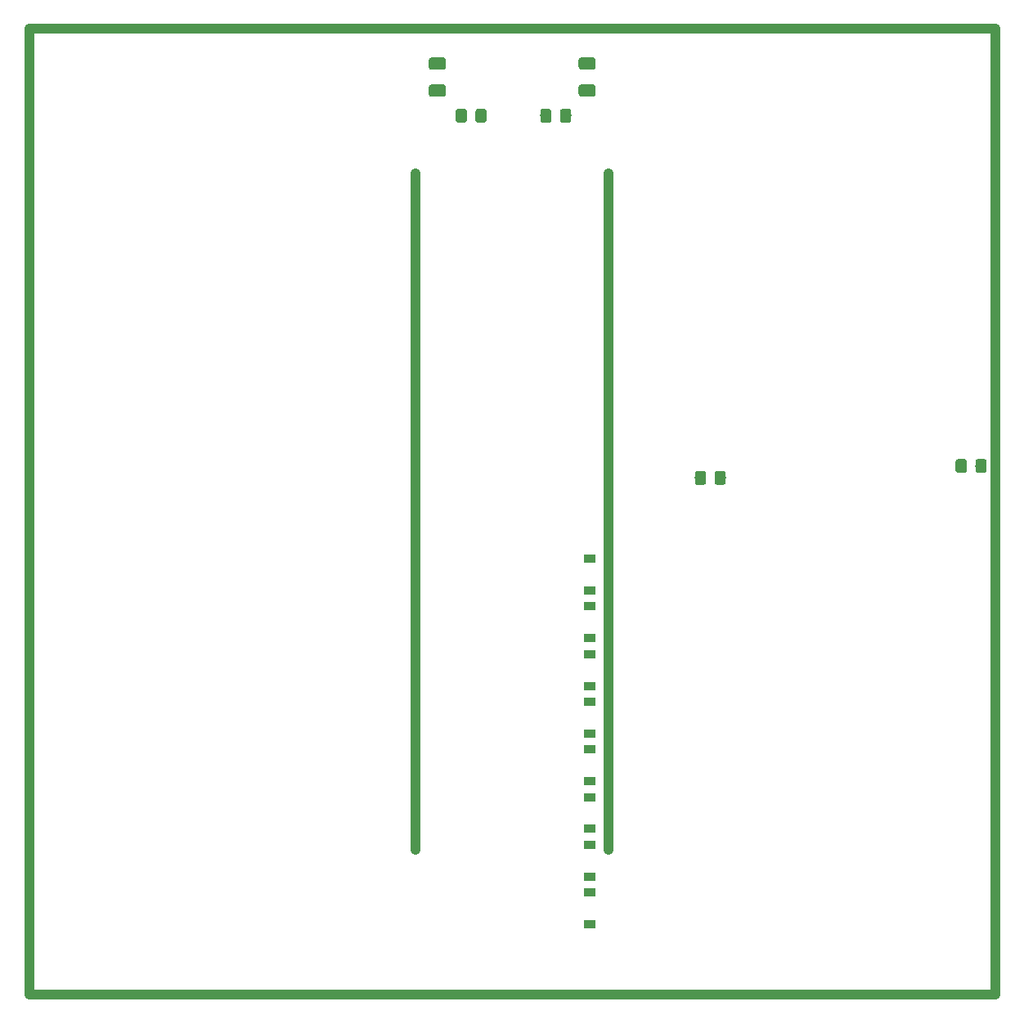
<source format=gbr>
%TF.GenerationSoftware,KiCad,Pcbnew,(5.1.0)-1*%
%TF.CreationDate,2019-10-05T22:59:33+02:00*%
%TF.ProjectId,Kicad_JE_SteinerVCF,4b696361-645f-44a4-955f-537465696e65,Rev A*%
%TF.SameCoordinates,Original*%
%TF.FileFunction,Paste,Top*%
%TF.FilePolarity,Positive*%
%FSLAX46Y46*%
G04 Gerber Fmt 4.6, Leading zero omitted, Abs format (unit mm)*
G04 Created by KiCad (PCBNEW (5.1.0)-1) date 2019-10-05 22:59:33*
%MOMM*%
%LPD*%
G04 APERTURE LIST*
%ADD10C,1.000000*%
%ADD11R,1.200000X0.900000*%
%ADD12C,0.150000*%
%ADD13C,1.150000*%
%ADD14C,1.250000*%
G04 APERTURE END LIST*
D10*
X90000000Y-65000000D02*
X90000000Y-65000000D01*
X90000000Y-135000000D02*
X90000000Y-135000000D01*
X110000000Y-135000000D02*
X110000000Y-135000000D01*
X110000000Y-65000000D02*
X110000000Y-65000000D01*
X110000000Y-135000000D02*
X110000000Y-65000000D01*
X110000000Y-65000000D02*
X110000000Y-135000000D01*
X90000000Y-135000000D02*
X90000000Y-65000000D01*
X90000000Y-65000000D02*
X90000000Y-135000000D01*
X150000000Y-50000000D02*
X50000000Y-50000000D01*
X150000000Y-150000000D02*
X150000000Y-50000000D01*
X50000000Y-150000000D02*
X150000000Y-150000000D01*
X50000000Y-50000000D02*
X50000000Y-150000000D01*
D11*
X107986181Y-142695825D03*
X107986181Y-139395825D03*
X107986181Y-134463441D03*
X107986181Y-137763441D03*
X107986181Y-132831057D03*
X107986181Y-129531057D03*
X107986181Y-124598673D03*
X107986181Y-127898673D03*
X107986181Y-122966289D03*
X107986181Y-119666289D03*
X107986181Y-114733905D03*
X107986181Y-118033905D03*
X107986181Y-113101521D03*
X107986181Y-109801521D03*
X107986181Y-104869137D03*
X107986181Y-108169137D03*
D12*
G36*
X103824505Y-58301204D02*
G01*
X103848773Y-58304804D01*
X103872572Y-58310765D01*
X103895671Y-58319030D01*
X103917850Y-58329520D01*
X103938893Y-58342132D01*
X103958599Y-58356747D01*
X103976777Y-58373223D01*
X103993253Y-58391401D01*
X104007868Y-58411107D01*
X104020480Y-58432150D01*
X104030970Y-58454329D01*
X104039235Y-58477428D01*
X104045196Y-58501227D01*
X104048796Y-58525495D01*
X104050000Y-58549999D01*
X104050000Y-59450001D01*
X104048796Y-59474505D01*
X104045196Y-59498773D01*
X104039235Y-59522572D01*
X104030970Y-59545671D01*
X104020480Y-59567850D01*
X104007868Y-59588893D01*
X103993253Y-59608599D01*
X103976777Y-59626777D01*
X103958599Y-59643253D01*
X103938893Y-59657868D01*
X103917850Y-59670480D01*
X103895671Y-59680970D01*
X103872572Y-59689235D01*
X103848773Y-59695196D01*
X103824505Y-59698796D01*
X103800001Y-59700000D01*
X103149999Y-59700000D01*
X103125495Y-59698796D01*
X103101227Y-59695196D01*
X103077428Y-59689235D01*
X103054329Y-59680970D01*
X103032150Y-59670480D01*
X103011107Y-59657868D01*
X102991401Y-59643253D01*
X102973223Y-59626777D01*
X102956747Y-59608599D01*
X102942132Y-59588893D01*
X102929520Y-59567850D01*
X102919030Y-59545671D01*
X102910765Y-59522572D01*
X102904804Y-59498773D01*
X102901204Y-59474505D01*
X102900000Y-59450001D01*
X102900000Y-58549999D01*
X102901204Y-58525495D01*
X102904804Y-58501227D01*
X102910765Y-58477428D01*
X102919030Y-58454329D01*
X102929520Y-58432150D01*
X102942132Y-58411107D01*
X102956747Y-58391401D01*
X102973223Y-58373223D01*
X102991401Y-58356747D01*
X103011107Y-58342132D01*
X103032150Y-58329520D01*
X103054329Y-58319030D01*
X103077428Y-58310765D01*
X103101227Y-58304804D01*
X103125495Y-58301204D01*
X103149999Y-58300000D01*
X103800001Y-58300000D01*
X103824505Y-58301204D01*
X103824505Y-58301204D01*
G37*
D13*
X103475000Y-59000000D03*
D12*
G36*
X105874505Y-58301204D02*
G01*
X105898773Y-58304804D01*
X105922572Y-58310765D01*
X105945671Y-58319030D01*
X105967850Y-58329520D01*
X105988893Y-58342132D01*
X106008599Y-58356747D01*
X106026777Y-58373223D01*
X106043253Y-58391401D01*
X106057868Y-58411107D01*
X106070480Y-58432150D01*
X106080970Y-58454329D01*
X106089235Y-58477428D01*
X106095196Y-58501227D01*
X106098796Y-58525495D01*
X106100000Y-58549999D01*
X106100000Y-59450001D01*
X106098796Y-59474505D01*
X106095196Y-59498773D01*
X106089235Y-59522572D01*
X106080970Y-59545671D01*
X106070480Y-59567850D01*
X106057868Y-59588893D01*
X106043253Y-59608599D01*
X106026777Y-59626777D01*
X106008599Y-59643253D01*
X105988893Y-59657868D01*
X105967850Y-59670480D01*
X105945671Y-59680970D01*
X105922572Y-59689235D01*
X105898773Y-59695196D01*
X105874505Y-59698796D01*
X105850001Y-59700000D01*
X105199999Y-59700000D01*
X105175495Y-59698796D01*
X105151227Y-59695196D01*
X105127428Y-59689235D01*
X105104329Y-59680970D01*
X105082150Y-59670480D01*
X105061107Y-59657868D01*
X105041401Y-59643253D01*
X105023223Y-59626777D01*
X105006747Y-59608599D01*
X104992132Y-59588893D01*
X104979520Y-59567850D01*
X104969030Y-59545671D01*
X104960765Y-59522572D01*
X104954804Y-59498773D01*
X104951204Y-59474505D01*
X104950000Y-59450001D01*
X104950000Y-58549999D01*
X104951204Y-58525495D01*
X104954804Y-58501227D01*
X104960765Y-58477428D01*
X104969030Y-58454329D01*
X104979520Y-58432150D01*
X104992132Y-58411107D01*
X105006747Y-58391401D01*
X105023223Y-58373223D01*
X105041401Y-58356747D01*
X105061107Y-58342132D01*
X105082150Y-58329520D01*
X105104329Y-58319030D01*
X105127428Y-58310765D01*
X105151227Y-58304804D01*
X105175495Y-58301204D01*
X105199999Y-58300000D01*
X105850001Y-58300000D01*
X105874505Y-58301204D01*
X105874505Y-58301204D01*
G37*
D13*
X105525000Y-59000000D03*
D12*
G36*
X97124505Y-58301204D02*
G01*
X97148773Y-58304804D01*
X97172572Y-58310765D01*
X97195671Y-58319030D01*
X97217850Y-58329520D01*
X97238893Y-58342132D01*
X97258599Y-58356747D01*
X97276777Y-58373223D01*
X97293253Y-58391401D01*
X97307868Y-58411107D01*
X97320480Y-58432150D01*
X97330970Y-58454329D01*
X97339235Y-58477428D01*
X97345196Y-58501227D01*
X97348796Y-58525495D01*
X97350000Y-58549999D01*
X97350000Y-59450001D01*
X97348796Y-59474505D01*
X97345196Y-59498773D01*
X97339235Y-59522572D01*
X97330970Y-59545671D01*
X97320480Y-59567850D01*
X97307868Y-59588893D01*
X97293253Y-59608599D01*
X97276777Y-59626777D01*
X97258599Y-59643253D01*
X97238893Y-59657868D01*
X97217850Y-59670480D01*
X97195671Y-59680970D01*
X97172572Y-59689235D01*
X97148773Y-59695196D01*
X97124505Y-59698796D01*
X97100001Y-59700000D01*
X96449999Y-59700000D01*
X96425495Y-59698796D01*
X96401227Y-59695196D01*
X96377428Y-59689235D01*
X96354329Y-59680970D01*
X96332150Y-59670480D01*
X96311107Y-59657868D01*
X96291401Y-59643253D01*
X96273223Y-59626777D01*
X96256747Y-59608599D01*
X96242132Y-59588893D01*
X96229520Y-59567850D01*
X96219030Y-59545671D01*
X96210765Y-59522572D01*
X96204804Y-59498773D01*
X96201204Y-59474505D01*
X96200000Y-59450001D01*
X96200000Y-58549999D01*
X96201204Y-58525495D01*
X96204804Y-58501227D01*
X96210765Y-58477428D01*
X96219030Y-58454329D01*
X96229520Y-58432150D01*
X96242132Y-58411107D01*
X96256747Y-58391401D01*
X96273223Y-58373223D01*
X96291401Y-58356747D01*
X96311107Y-58342132D01*
X96332150Y-58329520D01*
X96354329Y-58319030D01*
X96377428Y-58310765D01*
X96401227Y-58304804D01*
X96425495Y-58301204D01*
X96449999Y-58300000D01*
X97100001Y-58300000D01*
X97124505Y-58301204D01*
X97124505Y-58301204D01*
G37*
D13*
X96775000Y-59000000D03*
D12*
G36*
X95074505Y-58301204D02*
G01*
X95098773Y-58304804D01*
X95122572Y-58310765D01*
X95145671Y-58319030D01*
X95167850Y-58329520D01*
X95188893Y-58342132D01*
X95208599Y-58356747D01*
X95226777Y-58373223D01*
X95243253Y-58391401D01*
X95257868Y-58411107D01*
X95270480Y-58432150D01*
X95280970Y-58454329D01*
X95289235Y-58477428D01*
X95295196Y-58501227D01*
X95298796Y-58525495D01*
X95300000Y-58549999D01*
X95300000Y-59450001D01*
X95298796Y-59474505D01*
X95295196Y-59498773D01*
X95289235Y-59522572D01*
X95280970Y-59545671D01*
X95270480Y-59567850D01*
X95257868Y-59588893D01*
X95243253Y-59608599D01*
X95226777Y-59626777D01*
X95208599Y-59643253D01*
X95188893Y-59657868D01*
X95167850Y-59670480D01*
X95145671Y-59680970D01*
X95122572Y-59689235D01*
X95098773Y-59695196D01*
X95074505Y-59698796D01*
X95050001Y-59700000D01*
X94399999Y-59700000D01*
X94375495Y-59698796D01*
X94351227Y-59695196D01*
X94327428Y-59689235D01*
X94304329Y-59680970D01*
X94282150Y-59670480D01*
X94261107Y-59657868D01*
X94241401Y-59643253D01*
X94223223Y-59626777D01*
X94206747Y-59608599D01*
X94192132Y-59588893D01*
X94179520Y-59567850D01*
X94169030Y-59545671D01*
X94160765Y-59522572D01*
X94154804Y-59498773D01*
X94151204Y-59474505D01*
X94150000Y-59450001D01*
X94150000Y-58549999D01*
X94151204Y-58525495D01*
X94154804Y-58501227D01*
X94160765Y-58477428D01*
X94169030Y-58454329D01*
X94179520Y-58432150D01*
X94192132Y-58411107D01*
X94206747Y-58391401D01*
X94223223Y-58373223D01*
X94241401Y-58356747D01*
X94261107Y-58342132D01*
X94282150Y-58329520D01*
X94304329Y-58319030D01*
X94327428Y-58310765D01*
X94351227Y-58304804D01*
X94375495Y-58301204D01*
X94399999Y-58300000D01*
X95050001Y-58300000D01*
X95074505Y-58301204D01*
X95074505Y-58301204D01*
G37*
D13*
X94725000Y-59000000D03*
D12*
G36*
X146824505Y-94551204D02*
G01*
X146848773Y-94554804D01*
X146872572Y-94560765D01*
X146895671Y-94569030D01*
X146917850Y-94579520D01*
X146938893Y-94592132D01*
X146958599Y-94606747D01*
X146976777Y-94623223D01*
X146993253Y-94641401D01*
X147007868Y-94661107D01*
X147020480Y-94682150D01*
X147030970Y-94704329D01*
X147039235Y-94727428D01*
X147045196Y-94751227D01*
X147048796Y-94775495D01*
X147050000Y-94799999D01*
X147050000Y-95700001D01*
X147048796Y-95724505D01*
X147045196Y-95748773D01*
X147039235Y-95772572D01*
X147030970Y-95795671D01*
X147020480Y-95817850D01*
X147007868Y-95838893D01*
X146993253Y-95858599D01*
X146976777Y-95876777D01*
X146958599Y-95893253D01*
X146938893Y-95907868D01*
X146917850Y-95920480D01*
X146895671Y-95930970D01*
X146872572Y-95939235D01*
X146848773Y-95945196D01*
X146824505Y-95948796D01*
X146800001Y-95950000D01*
X146149999Y-95950000D01*
X146125495Y-95948796D01*
X146101227Y-95945196D01*
X146077428Y-95939235D01*
X146054329Y-95930970D01*
X146032150Y-95920480D01*
X146011107Y-95907868D01*
X145991401Y-95893253D01*
X145973223Y-95876777D01*
X145956747Y-95858599D01*
X145942132Y-95838893D01*
X145929520Y-95817850D01*
X145919030Y-95795671D01*
X145910765Y-95772572D01*
X145904804Y-95748773D01*
X145901204Y-95724505D01*
X145900000Y-95700001D01*
X145900000Y-94799999D01*
X145901204Y-94775495D01*
X145904804Y-94751227D01*
X145910765Y-94727428D01*
X145919030Y-94704329D01*
X145929520Y-94682150D01*
X145942132Y-94661107D01*
X145956747Y-94641401D01*
X145973223Y-94623223D01*
X145991401Y-94606747D01*
X146011107Y-94592132D01*
X146032150Y-94579520D01*
X146054329Y-94569030D01*
X146077428Y-94560765D01*
X146101227Y-94554804D01*
X146125495Y-94551204D01*
X146149999Y-94550000D01*
X146800001Y-94550000D01*
X146824505Y-94551204D01*
X146824505Y-94551204D01*
G37*
D13*
X146475000Y-95250000D03*
D12*
G36*
X148874505Y-94551204D02*
G01*
X148898773Y-94554804D01*
X148922572Y-94560765D01*
X148945671Y-94569030D01*
X148967850Y-94579520D01*
X148988893Y-94592132D01*
X149008599Y-94606747D01*
X149026777Y-94623223D01*
X149043253Y-94641401D01*
X149057868Y-94661107D01*
X149070480Y-94682150D01*
X149080970Y-94704329D01*
X149089235Y-94727428D01*
X149095196Y-94751227D01*
X149098796Y-94775495D01*
X149100000Y-94799999D01*
X149100000Y-95700001D01*
X149098796Y-95724505D01*
X149095196Y-95748773D01*
X149089235Y-95772572D01*
X149080970Y-95795671D01*
X149070480Y-95817850D01*
X149057868Y-95838893D01*
X149043253Y-95858599D01*
X149026777Y-95876777D01*
X149008599Y-95893253D01*
X148988893Y-95907868D01*
X148967850Y-95920480D01*
X148945671Y-95930970D01*
X148922572Y-95939235D01*
X148898773Y-95945196D01*
X148874505Y-95948796D01*
X148850001Y-95950000D01*
X148199999Y-95950000D01*
X148175495Y-95948796D01*
X148151227Y-95945196D01*
X148127428Y-95939235D01*
X148104329Y-95930970D01*
X148082150Y-95920480D01*
X148061107Y-95907868D01*
X148041401Y-95893253D01*
X148023223Y-95876777D01*
X148006747Y-95858599D01*
X147992132Y-95838893D01*
X147979520Y-95817850D01*
X147969030Y-95795671D01*
X147960765Y-95772572D01*
X147954804Y-95748773D01*
X147951204Y-95724505D01*
X147950000Y-95700001D01*
X147950000Y-94799999D01*
X147951204Y-94775495D01*
X147954804Y-94751227D01*
X147960765Y-94727428D01*
X147969030Y-94704329D01*
X147979520Y-94682150D01*
X147992132Y-94661107D01*
X148006747Y-94641401D01*
X148023223Y-94623223D01*
X148041401Y-94606747D01*
X148061107Y-94592132D01*
X148082150Y-94579520D01*
X148104329Y-94569030D01*
X148127428Y-94560765D01*
X148151227Y-94554804D01*
X148175495Y-94551204D01*
X148199999Y-94550000D01*
X148850001Y-94550000D01*
X148874505Y-94551204D01*
X148874505Y-94551204D01*
G37*
D13*
X148525000Y-95250000D03*
D12*
G36*
X119824505Y-95801204D02*
G01*
X119848773Y-95804804D01*
X119872572Y-95810765D01*
X119895671Y-95819030D01*
X119917850Y-95829520D01*
X119938893Y-95842132D01*
X119958599Y-95856747D01*
X119976777Y-95873223D01*
X119993253Y-95891401D01*
X120007868Y-95911107D01*
X120020480Y-95932150D01*
X120030970Y-95954329D01*
X120039235Y-95977428D01*
X120045196Y-96001227D01*
X120048796Y-96025495D01*
X120050000Y-96049999D01*
X120050000Y-96950001D01*
X120048796Y-96974505D01*
X120045196Y-96998773D01*
X120039235Y-97022572D01*
X120030970Y-97045671D01*
X120020480Y-97067850D01*
X120007868Y-97088893D01*
X119993253Y-97108599D01*
X119976777Y-97126777D01*
X119958599Y-97143253D01*
X119938893Y-97157868D01*
X119917850Y-97170480D01*
X119895671Y-97180970D01*
X119872572Y-97189235D01*
X119848773Y-97195196D01*
X119824505Y-97198796D01*
X119800001Y-97200000D01*
X119149999Y-97200000D01*
X119125495Y-97198796D01*
X119101227Y-97195196D01*
X119077428Y-97189235D01*
X119054329Y-97180970D01*
X119032150Y-97170480D01*
X119011107Y-97157868D01*
X118991401Y-97143253D01*
X118973223Y-97126777D01*
X118956747Y-97108599D01*
X118942132Y-97088893D01*
X118929520Y-97067850D01*
X118919030Y-97045671D01*
X118910765Y-97022572D01*
X118904804Y-96998773D01*
X118901204Y-96974505D01*
X118900000Y-96950001D01*
X118900000Y-96049999D01*
X118901204Y-96025495D01*
X118904804Y-96001227D01*
X118910765Y-95977428D01*
X118919030Y-95954329D01*
X118929520Y-95932150D01*
X118942132Y-95911107D01*
X118956747Y-95891401D01*
X118973223Y-95873223D01*
X118991401Y-95856747D01*
X119011107Y-95842132D01*
X119032150Y-95829520D01*
X119054329Y-95819030D01*
X119077428Y-95810765D01*
X119101227Y-95804804D01*
X119125495Y-95801204D01*
X119149999Y-95800000D01*
X119800001Y-95800000D01*
X119824505Y-95801204D01*
X119824505Y-95801204D01*
G37*
D13*
X119475000Y-96500000D03*
D12*
G36*
X121874505Y-95801204D02*
G01*
X121898773Y-95804804D01*
X121922572Y-95810765D01*
X121945671Y-95819030D01*
X121967850Y-95829520D01*
X121988893Y-95842132D01*
X122008599Y-95856747D01*
X122026777Y-95873223D01*
X122043253Y-95891401D01*
X122057868Y-95911107D01*
X122070480Y-95932150D01*
X122080970Y-95954329D01*
X122089235Y-95977428D01*
X122095196Y-96001227D01*
X122098796Y-96025495D01*
X122100000Y-96049999D01*
X122100000Y-96950001D01*
X122098796Y-96974505D01*
X122095196Y-96998773D01*
X122089235Y-97022572D01*
X122080970Y-97045671D01*
X122070480Y-97067850D01*
X122057868Y-97088893D01*
X122043253Y-97108599D01*
X122026777Y-97126777D01*
X122008599Y-97143253D01*
X121988893Y-97157868D01*
X121967850Y-97170480D01*
X121945671Y-97180970D01*
X121922572Y-97189235D01*
X121898773Y-97195196D01*
X121874505Y-97198796D01*
X121850001Y-97200000D01*
X121199999Y-97200000D01*
X121175495Y-97198796D01*
X121151227Y-97195196D01*
X121127428Y-97189235D01*
X121104329Y-97180970D01*
X121082150Y-97170480D01*
X121061107Y-97157868D01*
X121041401Y-97143253D01*
X121023223Y-97126777D01*
X121006747Y-97108599D01*
X120992132Y-97088893D01*
X120979520Y-97067850D01*
X120969030Y-97045671D01*
X120960765Y-97022572D01*
X120954804Y-96998773D01*
X120951204Y-96974505D01*
X120950000Y-96950001D01*
X120950000Y-96049999D01*
X120951204Y-96025495D01*
X120954804Y-96001227D01*
X120960765Y-95977428D01*
X120969030Y-95954329D01*
X120979520Y-95932150D01*
X120992132Y-95911107D01*
X121006747Y-95891401D01*
X121023223Y-95873223D01*
X121041401Y-95856747D01*
X121061107Y-95842132D01*
X121082150Y-95829520D01*
X121104329Y-95819030D01*
X121127428Y-95810765D01*
X121151227Y-95804804D01*
X121175495Y-95801204D01*
X121199999Y-95800000D01*
X121850001Y-95800000D01*
X121874505Y-95801204D01*
X121874505Y-95801204D01*
G37*
D13*
X121525000Y-96500000D03*
D12*
G36*
X108399504Y-55776204D02*
G01*
X108423773Y-55779804D01*
X108447571Y-55785765D01*
X108470671Y-55794030D01*
X108492849Y-55804520D01*
X108513893Y-55817133D01*
X108533598Y-55831747D01*
X108551777Y-55848223D01*
X108568253Y-55866402D01*
X108582867Y-55886107D01*
X108595480Y-55907151D01*
X108605970Y-55929329D01*
X108614235Y-55952429D01*
X108620196Y-55976227D01*
X108623796Y-56000496D01*
X108625000Y-56025000D01*
X108625000Y-56775000D01*
X108623796Y-56799504D01*
X108620196Y-56823773D01*
X108614235Y-56847571D01*
X108605970Y-56870671D01*
X108595480Y-56892849D01*
X108582867Y-56913893D01*
X108568253Y-56933598D01*
X108551777Y-56951777D01*
X108533598Y-56968253D01*
X108513893Y-56982867D01*
X108492849Y-56995480D01*
X108470671Y-57005970D01*
X108447571Y-57014235D01*
X108423773Y-57020196D01*
X108399504Y-57023796D01*
X108375000Y-57025000D01*
X107125000Y-57025000D01*
X107100496Y-57023796D01*
X107076227Y-57020196D01*
X107052429Y-57014235D01*
X107029329Y-57005970D01*
X107007151Y-56995480D01*
X106986107Y-56982867D01*
X106966402Y-56968253D01*
X106948223Y-56951777D01*
X106931747Y-56933598D01*
X106917133Y-56913893D01*
X106904520Y-56892849D01*
X106894030Y-56870671D01*
X106885765Y-56847571D01*
X106879804Y-56823773D01*
X106876204Y-56799504D01*
X106875000Y-56775000D01*
X106875000Y-56025000D01*
X106876204Y-56000496D01*
X106879804Y-55976227D01*
X106885765Y-55952429D01*
X106894030Y-55929329D01*
X106904520Y-55907151D01*
X106917133Y-55886107D01*
X106931747Y-55866402D01*
X106948223Y-55848223D01*
X106966402Y-55831747D01*
X106986107Y-55817133D01*
X107007151Y-55804520D01*
X107029329Y-55794030D01*
X107052429Y-55785765D01*
X107076227Y-55779804D01*
X107100496Y-55776204D01*
X107125000Y-55775000D01*
X108375000Y-55775000D01*
X108399504Y-55776204D01*
X108399504Y-55776204D01*
G37*
D14*
X107750000Y-56400000D03*
D12*
G36*
X108399504Y-52976204D02*
G01*
X108423773Y-52979804D01*
X108447571Y-52985765D01*
X108470671Y-52994030D01*
X108492849Y-53004520D01*
X108513893Y-53017133D01*
X108533598Y-53031747D01*
X108551777Y-53048223D01*
X108568253Y-53066402D01*
X108582867Y-53086107D01*
X108595480Y-53107151D01*
X108605970Y-53129329D01*
X108614235Y-53152429D01*
X108620196Y-53176227D01*
X108623796Y-53200496D01*
X108625000Y-53225000D01*
X108625000Y-53975000D01*
X108623796Y-53999504D01*
X108620196Y-54023773D01*
X108614235Y-54047571D01*
X108605970Y-54070671D01*
X108595480Y-54092849D01*
X108582867Y-54113893D01*
X108568253Y-54133598D01*
X108551777Y-54151777D01*
X108533598Y-54168253D01*
X108513893Y-54182867D01*
X108492849Y-54195480D01*
X108470671Y-54205970D01*
X108447571Y-54214235D01*
X108423773Y-54220196D01*
X108399504Y-54223796D01*
X108375000Y-54225000D01*
X107125000Y-54225000D01*
X107100496Y-54223796D01*
X107076227Y-54220196D01*
X107052429Y-54214235D01*
X107029329Y-54205970D01*
X107007151Y-54195480D01*
X106986107Y-54182867D01*
X106966402Y-54168253D01*
X106948223Y-54151777D01*
X106931747Y-54133598D01*
X106917133Y-54113893D01*
X106904520Y-54092849D01*
X106894030Y-54070671D01*
X106885765Y-54047571D01*
X106879804Y-54023773D01*
X106876204Y-53999504D01*
X106875000Y-53975000D01*
X106875000Y-53225000D01*
X106876204Y-53200496D01*
X106879804Y-53176227D01*
X106885765Y-53152429D01*
X106894030Y-53129329D01*
X106904520Y-53107151D01*
X106917133Y-53086107D01*
X106931747Y-53066402D01*
X106948223Y-53048223D01*
X106966402Y-53031747D01*
X106986107Y-53017133D01*
X107007151Y-53004520D01*
X107029329Y-52994030D01*
X107052429Y-52985765D01*
X107076227Y-52979804D01*
X107100496Y-52976204D01*
X107125000Y-52975000D01*
X108375000Y-52975000D01*
X108399504Y-52976204D01*
X108399504Y-52976204D01*
G37*
D14*
X107750000Y-53600000D03*
D12*
G36*
X92899504Y-52976204D02*
G01*
X92923773Y-52979804D01*
X92947571Y-52985765D01*
X92970671Y-52994030D01*
X92992849Y-53004520D01*
X93013893Y-53017133D01*
X93033598Y-53031747D01*
X93051777Y-53048223D01*
X93068253Y-53066402D01*
X93082867Y-53086107D01*
X93095480Y-53107151D01*
X93105970Y-53129329D01*
X93114235Y-53152429D01*
X93120196Y-53176227D01*
X93123796Y-53200496D01*
X93125000Y-53225000D01*
X93125000Y-53975000D01*
X93123796Y-53999504D01*
X93120196Y-54023773D01*
X93114235Y-54047571D01*
X93105970Y-54070671D01*
X93095480Y-54092849D01*
X93082867Y-54113893D01*
X93068253Y-54133598D01*
X93051777Y-54151777D01*
X93033598Y-54168253D01*
X93013893Y-54182867D01*
X92992849Y-54195480D01*
X92970671Y-54205970D01*
X92947571Y-54214235D01*
X92923773Y-54220196D01*
X92899504Y-54223796D01*
X92875000Y-54225000D01*
X91625000Y-54225000D01*
X91600496Y-54223796D01*
X91576227Y-54220196D01*
X91552429Y-54214235D01*
X91529329Y-54205970D01*
X91507151Y-54195480D01*
X91486107Y-54182867D01*
X91466402Y-54168253D01*
X91448223Y-54151777D01*
X91431747Y-54133598D01*
X91417133Y-54113893D01*
X91404520Y-54092849D01*
X91394030Y-54070671D01*
X91385765Y-54047571D01*
X91379804Y-54023773D01*
X91376204Y-53999504D01*
X91375000Y-53975000D01*
X91375000Y-53225000D01*
X91376204Y-53200496D01*
X91379804Y-53176227D01*
X91385765Y-53152429D01*
X91394030Y-53129329D01*
X91404520Y-53107151D01*
X91417133Y-53086107D01*
X91431747Y-53066402D01*
X91448223Y-53048223D01*
X91466402Y-53031747D01*
X91486107Y-53017133D01*
X91507151Y-53004520D01*
X91529329Y-52994030D01*
X91552429Y-52985765D01*
X91576227Y-52979804D01*
X91600496Y-52976204D01*
X91625000Y-52975000D01*
X92875000Y-52975000D01*
X92899504Y-52976204D01*
X92899504Y-52976204D01*
G37*
D14*
X92250000Y-53600000D03*
D12*
G36*
X92899504Y-55776204D02*
G01*
X92923773Y-55779804D01*
X92947571Y-55785765D01*
X92970671Y-55794030D01*
X92992849Y-55804520D01*
X93013893Y-55817133D01*
X93033598Y-55831747D01*
X93051777Y-55848223D01*
X93068253Y-55866402D01*
X93082867Y-55886107D01*
X93095480Y-55907151D01*
X93105970Y-55929329D01*
X93114235Y-55952429D01*
X93120196Y-55976227D01*
X93123796Y-56000496D01*
X93125000Y-56025000D01*
X93125000Y-56775000D01*
X93123796Y-56799504D01*
X93120196Y-56823773D01*
X93114235Y-56847571D01*
X93105970Y-56870671D01*
X93095480Y-56892849D01*
X93082867Y-56913893D01*
X93068253Y-56933598D01*
X93051777Y-56951777D01*
X93033598Y-56968253D01*
X93013893Y-56982867D01*
X92992849Y-56995480D01*
X92970671Y-57005970D01*
X92947571Y-57014235D01*
X92923773Y-57020196D01*
X92899504Y-57023796D01*
X92875000Y-57025000D01*
X91625000Y-57025000D01*
X91600496Y-57023796D01*
X91576227Y-57020196D01*
X91552429Y-57014235D01*
X91529329Y-57005970D01*
X91507151Y-56995480D01*
X91486107Y-56982867D01*
X91466402Y-56968253D01*
X91448223Y-56951777D01*
X91431747Y-56933598D01*
X91417133Y-56913893D01*
X91404520Y-56892849D01*
X91394030Y-56870671D01*
X91385765Y-56847571D01*
X91379804Y-56823773D01*
X91376204Y-56799504D01*
X91375000Y-56775000D01*
X91375000Y-56025000D01*
X91376204Y-56000496D01*
X91379804Y-55976227D01*
X91385765Y-55952429D01*
X91394030Y-55929329D01*
X91404520Y-55907151D01*
X91417133Y-55886107D01*
X91431747Y-55866402D01*
X91448223Y-55848223D01*
X91466402Y-55831747D01*
X91486107Y-55817133D01*
X91507151Y-55804520D01*
X91529329Y-55794030D01*
X91552429Y-55785765D01*
X91576227Y-55779804D01*
X91600496Y-55776204D01*
X91625000Y-55775000D01*
X92875000Y-55775000D01*
X92899504Y-55776204D01*
X92899504Y-55776204D01*
G37*
D14*
X92250000Y-56400000D03*
M02*

</source>
